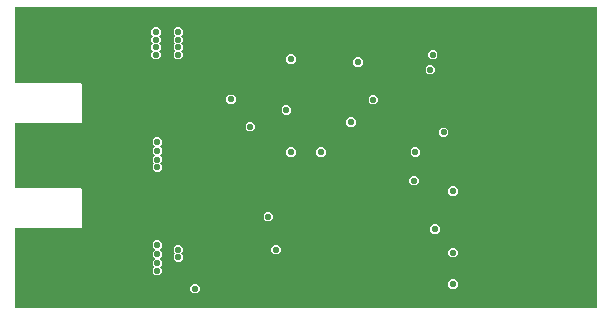
<source format=gbr>
G04 EAGLE Gerber RS-274X export*
G75*
%MOMM*%
%FSLAX34Y34*%
%LPD*%
%INCopper Layer 15*%
%IPPOS*%
%AMOC8*
5,1,8,0,0,1.08239X$1,22.5*%
G01*
%ADD10C,0.553200*%

G36*
X493975Y743952D02*
X493975Y743952D01*
X493977Y743951D01*
X494020Y743971D01*
X494064Y743989D01*
X494064Y743991D01*
X494066Y743992D01*
X494099Y744077D01*
X494099Y998873D01*
X494098Y998875D01*
X494099Y998877D01*
X494079Y998920D01*
X494061Y998964D01*
X494059Y998964D01*
X494058Y998966D01*
X493973Y998999D01*
X1127Y998999D01*
X1125Y998998D01*
X1123Y998999D01*
X1080Y998979D01*
X1036Y998961D01*
X1036Y998959D01*
X1034Y998958D01*
X1001Y998873D01*
X1001Y934704D01*
X1002Y934702D01*
X1001Y934700D01*
X1021Y934657D01*
X1039Y934613D01*
X1041Y934613D01*
X1042Y934611D01*
X1127Y934578D01*
X57617Y934578D01*
X58278Y933917D01*
X58278Y901233D01*
X57617Y900572D01*
X1127Y900572D01*
X1125Y900571D01*
X1123Y900572D01*
X1080Y900552D01*
X1036Y900534D01*
X1036Y900532D01*
X1034Y900531D01*
X1001Y900446D01*
X1001Y845804D01*
X1002Y845802D01*
X1001Y845800D01*
X1021Y845757D01*
X1039Y845713D01*
X1041Y845713D01*
X1042Y845711D01*
X1127Y845678D01*
X57617Y845678D01*
X58278Y845017D01*
X58278Y812333D01*
X57617Y811672D01*
X1127Y811672D01*
X1125Y811671D01*
X1123Y811672D01*
X1080Y811652D01*
X1036Y811634D01*
X1036Y811632D01*
X1034Y811631D01*
X1001Y811546D01*
X1001Y744077D01*
X1002Y744075D01*
X1001Y744073D01*
X1021Y744030D01*
X1039Y743986D01*
X1041Y743986D01*
X1042Y743984D01*
X1127Y743951D01*
X493973Y743951D01*
X493975Y743952D01*
G37*
%LPC*%
G36*
X120250Y859568D02*
X120250Y859568D01*
X117888Y861930D01*
X117888Y865270D01*
X119304Y866686D01*
X119305Y866688D01*
X119307Y866689D01*
X119323Y866733D01*
X119341Y866777D01*
X119340Y866779D01*
X119341Y866781D01*
X119304Y866864D01*
X117888Y868280D01*
X117888Y871620D01*
X119939Y873671D01*
X119940Y873673D01*
X119942Y873674D01*
X119958Y873718D01*
X119976Y873762D01*
X119975Y873764D01*
X119976Y873766D01*
X119939Y873849D01*
X117888Y875900D01*
X117888Y879240D01*
X119939Y881291D01*
X119940Y881293D01*
X119942Y881294D01*
X119958Y881338D01*
X119976Y881382D01*
X119975Y881384D01*
X119976Y881386D01*
X119939Y881469D01*
X117888Y883520D01*
X117888Y886860D01*
X120250Y889222D01*
X123590Y889222D01*
X125952Y886860D01*
X125952Y883520D01*
X123901Y881469D01*
X123900Y881467D01*
X123898Y881466D01*
X123882Y881422D01*
X123864Y881378D01*
X123865Y881376D01*
X123864Y881374D01*
X123901Y881291D01*
X125952Y879240D01*
X125952Y875900D01*
X123901Y873849D01*
X123900Y873847D01*
X123898Y873846D01*
X123882Y873802D01*
X123864Y873758D01*
X123865Y873756D01*
X123864Y873754D01*
X123901Y873671D01*
X125952Y871620D01*
X125952Y868280D01*
X124536Y866864D01*
X124535Y866862D01*
X124533Y866861D01*
X124517Y866817D01*
X124499Y866773D01*
X124500Y866771D01*
X124499Y866769D01*
X124536Y866686D01*
X125952Y865270D01*
X125952Y861930D01*
X123590Y859568D01*
X120250Y859568D01*
G37*
%LPD*%
%LPC*%
G36*
X120250Y771938D02*
X120250Y771938D01*
X117888Y774300D01*
X117888Y777640D01*
X119304Y779056D01*
X119305Y779058D01*
X119307Y779059D01*
X119323Y779103D01*
X119341Y779147D01*
X119340Y779149D01*
X119341Y779151D01*
X119304Y779234D01*
X117888Y780650D01*
X117888Y783990D01*
X119939Y786041D01*
X119940Y786043D01*
X119942Y786044D01*
X119958Y786088D01*
X119976Y786132D01*
X119975Y786134D01*
X119976Y786136D01*
X119939Y786219D01*
X117888Y788270D01*
X117888Y791610D01*
X119939Y793661D01*
X119940Y793663D01*
X119942Y793664D01*
X119958Y793708D01*
X119976Y793752D01*
X119975Y793754D01*
X119976Y793756D01*
X119939Y793839D01*
X117888Y795890D01*
X117888Y799230D01*
X120250Y801592D01*
X123590Y801592D01*
X125952Y799230D01*
X125952Y795890D01*
X123901Y793839D01*
X123900Y793837D01*
X123898Y793836D01*
X123882Y793792D01*
X123864Y793748D01*
X123865Y793746D01*
X123864Y793744D01*
X123901Y793661D01*
X125952Y791610D01*
X125952Y788270D01*
X123901Y786219D01*
X123900Y786217D01*
X123898Y786216D01*
X123882Y786172D01*
X123864Y786128D01*
X123865Y786126D01*
X123864Y786124D01*
X123901Y786041D01*
X125952Y783990D01*
X125952Y780650D01*
X124536Y779234D01*
X124535Y779232D01*
X124533Y779231D01*
X124517Y779187D01*
X124499Y779143D01*
X124500Y779141D01*
X124499Y779139D01*
X124536Y779056D01*
X125952Y777640D01*
X125952Y774300D01*
X123590Y771938D01*
X120250Y771938D01*
G37*
%LPD*%
%LPC*%
G36*
X138030Y954818D02*
X138030Y954818D01*
X135668Y957180D01*
X135668Y960520D01*
X137084Y961936D01*
X137085Y961938D01*
X137087Y961939D01*
X137103Y961983D01*
X137121Y962027D01*
X137120Y962029D01*
X137121Y962031D01*
X137084Y962114D01*
X135668Y963530D01*
X135668Y966870D01*
X137084Y968286D01*
X137085Y968288D01*
X137087Y968289D01*
X137103Y968333D01*
X137121Y968377D01*
X137120Y968379D01*
X137121Y968381D01*
X137084Y968464D01*
X135668Y969880D01*
X135668Y973220D01*
X137084Y974636D01*
X137085Y974638D01*
X137087Y974639D01*
X137103Y974683D01*
X137121Y974727D01*
X137120Y974729D01*
X137121Y974731D01*
X137084Y974814D01*
X135668Y976230D01*
X135668Y979570D01*
X138030Y981932D01*
X141370Y981932D01*
X143732Y979570D01*
X143732Y976230D01*
X142316Y974814D01*
X142315Y974812D01*
X142313Y974811D01*
X142297Y974767D01*
X142279Y974723D01*
X142280Y974721D01*
X142279Y974719D01*
X142316Y974636D01*
X143732Y973220D01*
X143732Y969880D01*
X142316Y968464D01*
X142315Y968462D01*
X142313Y968461D01*
X142297Y968417D01*
X142279Y968373D01*
X142280Y968371D01*
X142279Y968369D01*
X142316Y968286D01*
X143732Y966870D01*
X143732Y963530D01*
X142316Y962114D01*
X142315Y962112D01*
X142313Y962111D01*
X142297Y962067D01*
X142279Y962023D01*
X142280Y962021D01*
X142279Y962019D01*
X142316Y961936D01*
X143732Y960520D01*
X143732Y957180D01*
X141370Y954818D01*
X138030Y954818D01*
G37*
%LPD*%
%LPC*%
G36*
X118980Y954818D02*
X118980Y954818D01*
X116618Y957180D01*
X116618Y960520D01*
X118034Y961936D01*
X118035Y961938D01*
X118037Y961939D01*
X118053Y961983D01*
X118071Y962027D01*
X118070Y962029D01*
X118071Y962031D01*
X118034Y962114D01*
X116618Y963530D01*
X116618Y966870D01*
X118034Y968286D01*
X118035Y968288D01*
X118037Y968289D01*
X118053Y968333D01*
X118071Y968377D01*
X118070Y968379D01*
X118071Y968381D01*
X118034Y968464D01*
X116618Y969880D01*
X116618Y973220D01*
X118034Y974636D01*
X118035Y974638D01*
X118037Y974639D01*
X118053Y974683D01*
X118071Y974727D01*
X118070Y974729D01*
X118071Y974731D01*
X118034Y974814D01*
X116618Y976230D01*
X116618Y979570D01*
X118980Y981932D01*
X122320Y981932D01*
X124682Y979570D01*
X124682Y976230D01*
X123266Y974814D01*
X123265Y974812D01*
X123263Y974811D01*
X123247Y974767D01*
X123229Y974723D01*
X123230Y974721D01*
X123229Y974719D01*
X123266Y974636D01*
X124682Y973220D01*
X124682Y969880D01*
X123266Y968464D01*
X123265Y968462D01*
X123263Y968461D01*
X123247Y968417D01*
X123229Y968373D01*
X123230Y968371D01*
X123229Y968369D01*
X123266Y968286D01*
X124682Y966870D01*
X124682Y963530D01*
X123266Y962114D01*
X123265Y962112D01*
X123263Y962111D01*
X123247Y962067D01*
X123229Y962023D01*
X123230Y962021D01*
X123229Y962019D01*
X123266Y961936D01*
X124682Y960520D01*
X124682Y957180D01*
X122320Y954818D01*
X118980Y954818D01*
G37*
%LPD*%
%LPC*%
G36*
X138030Y783368D02*
X138030Y783368D01*
X135668Y785730D01*
X135668Y789070D01*
X137084Y790486D01*
X137085Y790488D01*
X137087Y790489D01*
X137103Y790533D01*
X137121Y790577D01*
X137120Y790579D01*
X137121Y790581D01*
X137084Y790664D01*
X135668Y792080D01*
X135668Y795420D01*
X138030Y797782D01*
X141370Y797782D01*
X143732Y795420D01*
X143732Y792080D01*
X142316Y790664D01*
X142315Y790662D01*
X142313Y790661D01*
X142297Y790617D01*
X142279Y790573D01*
X142280Y790571D01*
X142279Y790569D01*
X142316Y790486D01*
X143732Y789070D01*
X143732Y785730D01*
X141370Y783368D01*
X138030Y783368D01*
G37*
%LPD*%
%LPC*%
G36*
X353280Y954818D02*
X353280Y954818D01*
X350918Y957180D01*
X350918Y960520D01*
X353280Y962882D01*
X356620Y962882D01*
X358982Y960520D01*
X358982Y957180D01*
X356620Y954818D01*
X353280Y954818D01*
G37*
%LPD*%
%LPC*%
G36*
X233280Y951008D02*
X233280Y951008D01*
X230918Y953370D01*
X230918Y956710D01*
X233280Y959072D01*
X236620Y959072D01*
X238982Y956710D01*
X238982Y953370D01*
X236620Y951008D01*
X233280Y951008D01*
G37*
%LPD*%
%LPC*%
G36*
X290143Y948468D02*
X290143Y948468D01*
X287781Y950830D01*
X287781Y954170D01*
X290143Y956532D01*
X293483Y956532D01*
X295845Y954170D01*
X295845Y950830D01*
X293483Y948468D01*
X290143Y948468D01*
G37*
%LPD*%
%LPC*%
G36*
X351398Y942118D02*
X351398Y942118D01*
X349036Y944480D01*
X349036Y947820D01*
X351398Y950182D01*
X354738Y950182D01*
X357100Y947820D01*
X357100Y944480D01*
X354738Y942118D01*
X351398Y942118D01*
G37*
%LPD*%
%LPC*%
G36*
X182480Y917005D02*
X182480Y917005D01*
X180118Y919367D01*
X180118Y922707D01*
X182480Y925069D01*
X185820Y925069D01*
X188182Y922707D01*
X188182Y919367D01*
X185820Y917005D01*
X182480Y917005D01*
G37*
%LPD*%
%LPC*%
G36*
X303130Y916718D02*
X303130Y916718D01*
X300768Y919080D01*
X300768Y922420D01*
X303130Y924782D01*
X306470Y924782D01*
X308832Y922420D01*
X308832Y919080D01*
X306470Y916718D01*
X303130Y916718D01*
G37*
%LPD*%
%LPC*%
G36*
X229470Y907828D02*
X229470Y907828D01*
X227108Y910190D01*
X227108Y913530D01*
X229470Y915892D01*
X232810Y915892D01*
X235172Y913530D01*
X235172Y910190D01*
X232810Y907828D01*
X229470Y907828D01*
G37*
%LPD*%
%LPC*%
G36*
X284080Y897668D02*
X284080Y897668D01*
X281718Y900030D01*
X281718Y903370D01*
X284080Y905732D01*
X287420Y905732D01*
X289782Y903370D01*
X289782Y900030D01*
X287420Y897668D01*
X284080Y897668D01*
G37*
%LPD*%
%LPC*%
G36*
X198990Y893858D02*
X198990Y893858D01*
X196628Y896220D01*
X196628Y899560D01*
X198990Y901922D01*
X202330Y901922D01*
X204692Y899560D01*
X204692Y896220D01*
X202330Y893858D01*
X198990Y893858D01*
G37*
%LPD*%
%LPC*%
G36*
X362630Y888968D02*
X362630Y888968D01*
X360268Y891330D01*
X360268Y894670D01*
X362630Y897032D01*
X365970Y897032D01*
X368332Y894670D01*
X368332Y891330D01*
X365970Y888968D01*
X362630Y888968D01*
G37*
%LPD*%
%LPC*%
G36*
X338690Y872268D02*
X338690Y872268D01*
X336328Y874630D01*
X336328Y877970D01*
X338690Y880332D01*
X342030Y880332D01*
X344392Y877970D01*
X344392Y874630D01*
X342030Y872268D01*
X338690Y872268D01*
G37*
%LPD*%
%LPC*%
G36*
X258680Y872268D02*
X258680Y872268D01*
X256318Y874630D01*
X256318Y877970D01*
X258680Y880332D01*
X262020Y880332D01*
X264382Y877970D01*
X264382Y874630D01*
X262020Y872268D01*
X258680Y872268D01*
G37*
%LPD*%
%LPC*%
G36*
X233280Y872268D02*
X233280Y872268D01*
X230918Y874630D01*
X230918Y877970D01*
X233280Y880332D01*
X236620Y880332D01*
X238982Y877970D01*
X238982Y874630D01*
X236620Y872268D01*
X233280Y872268D01*
G37*
%LPD*%
%LPC*%
G36*
X337647Y848138D02*
X337647Y848138D01*
X335285Y850500D01*
X335285Y853840D01*
X337647Y856202D01*
X340987Y856202D01*
X343349Y853840D01*
X343349Y850500D01*
X340987Y848138D01*
X337647Y848138D01*
G37*
%LPD*%
%LPC*%
G36*
X370440Y839248D02*
X370440Y839248D01*
X368078Y841610D01*
X368078Y844950D01*
X370440Y847312D01*
X373780Y847312D01*
X376142Y844950D01*
X376142Y841610D01*
X373780Y839248D01*
X370440Y839248D01*
G37*
%LPD*%
%LPC*%
G36*
X214230Y817658D02*
X214230Y817658D01*
X211868Y820020D01*
X211868Y823360D01*
X214230Y825722D01*
X217570Y825722D01*
X219932Y823360D01*
X219932Y820020D01*
X217570Y817658D01*
X214230Y817658D01*
G37*
%LPD*%
%LPC*%
G36*
X355185Y807037D02*
X355185Y807037D01*
X352824Y809399D01*
X352824Y812739D01*
X355185Y815101D01*
X358525Y815101D01*
X360887Y812739D01*
X360887Y809399D01*
X358525Y807037D01*
X355185Y807037D01*
G37*
%LPD*%
%LPC*%
G36*
X220580Y789718D02*
X220580Y789718D01*
X218218Y792080D01*
X218218Y795420D01*
X220580Y797782D01*
X223920Y797782D01*
X226282Y795420D01*
X226282Y792080D01*
X223920Y789718D01*
X220580Y789718D01*
G37*
%LPD*%
%LPC*%
G36*
X370440Y787178D02*
X370440Y787178D01*
X368078Y789540D01*
X368078Y792880D01*
X370440Y795242D01*
X373780Y795242D01*
X376142Y792880D01*
X376142Y789540D01*
X373780Y787178D01*
X370440Y787178D01*
G37*
%LPD*%
%LPC*%
G36*
X370440Y760508D02*
X370440Y760508D01*
X368078Y762870D01*
X368078Y766210D01*
X370440Y768572D01*
X373780Y768572D01*
X376142Y766210D01*
X376142Y762870D01*
X373780Y760508D01*
X370440Y760508D01*
G37*
%LPD*%
%LPC*%
G36*
X152000Y756698D02*
X152000Y756698D01*
X149638Y759060D01*
X149638Y762400D01*
X152000Y764762D01*
X155340Y764762D01*
X157702Y762400D01*
X157702Y759060D01*
X155340Y756698D01*
X152000Y756698D01*
G37*
%LPD*%
D10*
X139700Y958850D03*
X139700Y965200D03*
X139700Y971550D03*
X139700Y977900D03*
X120650Y977900D03*
X120650Y971550D03*
X120650Y965200D03*
X120650Y958850D03*
X121920Y885190D03*
X121920Y877570D03*
X121920Y869950D03*
X121920Y863600D03*
X121920Y797560D03*
X121920Y789940D03*
X121920Y782320D03*
X121920Y775970D03*
X139700Y793750D03*
X139700Y787400D03*
X364300Y893000D03*
X291813Y952500D03*
X200660Y897890D03*
X184150Y921037D03*
X215900Y821690D03*
X488950Y825500D03*
X488950Y812800D03*
X462280Y961390D03*
X462280Y969010D03*
X450850Y984250D03*
X384810Y805180D03*
X393700Y805180D03*
X374650Y876300D03*
X379027Y880677D03*
X369570Y882650D03*
X388620Y971550D03*
X246380Y784860D03*
X154940Y963930D03*
X154940Y971550D03*
X154940Y977900D03*
X177800Y976630D03*
X185420Y976630D03*
X193040Y976630D03*
X200660Y976630D03*
X200660Y969010D03*
X193040Y969010D03*
X185420Y969010D03*
X177800Y969010D03*
X184150Y885190D03*
X184150Y877570D03*
X184150Y869950D03*
X184150Y862330D03*
X203200Y857250D03*
X195580Y857250D03*
X177800Y792480D03*
X185420Y792480D03*
X193040Y792480D03*
X200660Y792480D03*
X200660Y784860D03*
X193040Y784860D03*
X185420Y784860D03*
X177800Y784860D03*
X177800Y777240D03*
X185420Y777240D03*
X193040Y777240D03*
X200660Y777240D03*
X185420Y769620D03*
X194310Y769620D03*
X201930Y769620D03*
X189230Y763270D03*
X198120Y763270D03*
X201930Y876300D03*
X193040Y876300D03*
X62230Y963930D03*
X62230Y949960D03*
X62230Y938530D03*
X62230Y925830D03*
X62230Y911860D03*
X62230Y897890D03*
X60960Y882650D03*
X62230Y869950D03*
X62230Y853440D03*
X62230Y835660D03*
X62230Y796290D03*
X62230Y781050D03*
X62230Y768350D03*
X62230Y754380D03*
X469900Y951230D03*
X478790Y951230D03*
X487680Y951230D03*
X478790Y943610D03*
X487680Y943610D03*
X469900Y943610D03*
X469900Y935990D03*
X478790Y935990D03*
X487680Y935990D03*
X487680Y928370D03*
X478790Y928370D03*
X469900Y928370D03*
X234950Y955040D03*
X231140Y911860D03*
X234950Y876300D03*
X222250Y793750D03*
X260350Y876300D03*
X285750Y901700D03*
X304800Y920750D03*
X153670Y760730D03*
X354950Y958850D03*
X356855Y811069D03*
X340360Y876300D03*
X353068Y946150D03*
X372110Y791210D03*
X372110Y764540D03*
X339317Y852170D03*
X372110Y843280D03*
M02*

</source>
